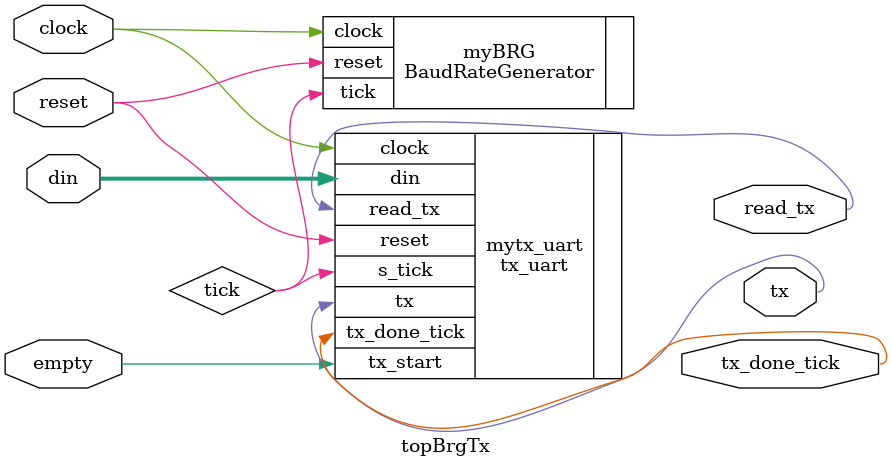
<source format=v>
`timescale 1ns / 1ps


module topBrgTx
#(
    parameter   NB_STATE        = 5, // estados de la FSM
    parameter   NB_DATA          = 8, // cantidad de datos a recibir
    parameter   START_VALUE     = 0, // Bit de start
    parameter   STOP_VALUE      = 1, // Bit de stop
    parameter   DATA_TICKS      = 15 // cantidad de bit para colcarse al centro del bit de dato // agrege
)
(
    output  wire    tx,
    output  wire    read_tx,
    output  wire    tx_done_tick,
    input   wire    clock,
    input   wire    reset,
    input   wire    [NB_DATA - 1:0] din,
    input   wire    empty
);
    
    wire        tick;

    // ______________________ BRG ____________ //
    BaudRateGenerator myBRG (
        .tick(tick),
        .clock (clock),
        .reset(reset)
    );
    // ______________________ Tx ____________ //
    tx_uart mytx_uart(
        .s_tick(tick),
        .tx(tx),
        .tx_done_tick(tx_done_tick),
        .tx_start(empty),
        .read_tx(read_tx),
        .din(din),
        .clock(clock),
        .reset(reset)
    );

endmodule

</source>
